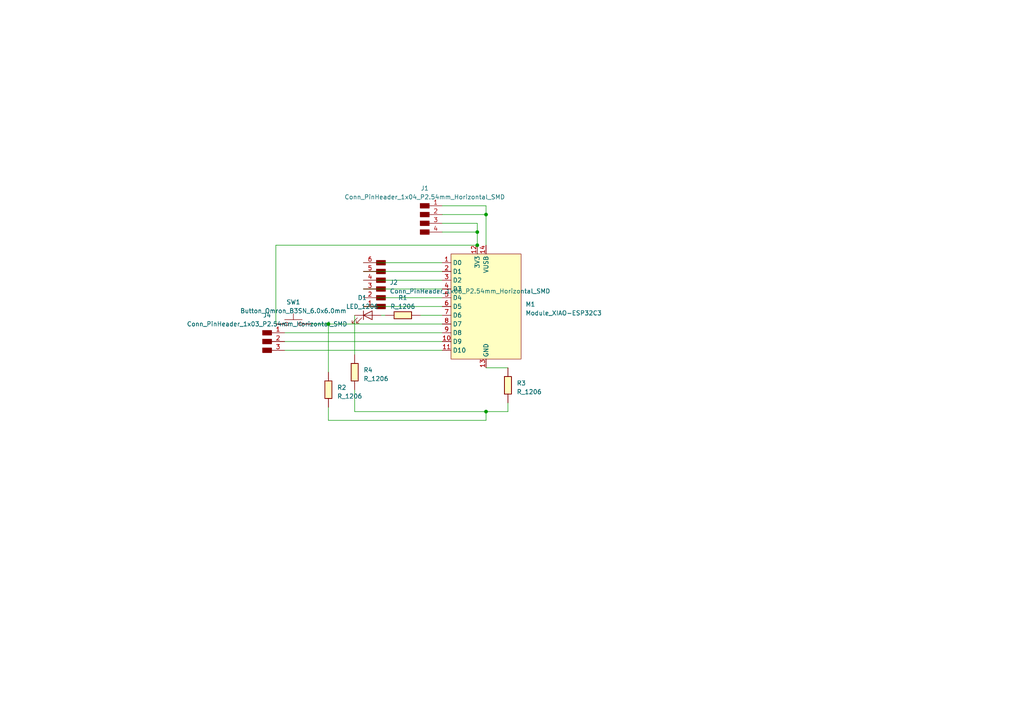
<source format=kicad_sch>
(kicad_sch (version 20230121) (generator eeschema)
  (paper "A4")
  (lib_symbols
    (symbol "fab:Button_Omron_B3SN_6.0x6.0mm" (pin_numbers hide) (pin_names (offset 1.016) hide)
      (property "Reference" "SW" (at 1.27 2.54 0))
      (property "Value" "Button_Omron_B3SN_6.0x6.0mm" (at 0 -1.524 0))
      (symbol "Button_Omron_B3SN_6.0x6.0mm_0_1"
        (circle (center -2.032 0) (radius 0.508))
        (polyline (pts (xy 0 1.27) (xy 0 3.048)))
        (polyline (pts (xy 2.54 1.27) (xy -2.54 1.27)))
        (circle (center 2.032 0) (radius 0.508))
        (pin passive line (at -5.08 0 0) (length 2.54) (name "1") (number "1"))
        (pin passive line (at 5.08 0 180) (length 2.54) (name "2") (number "2"))
      )
    )
    (symbol "fab:Conn_PinHeader_1x03_P2.54mm_Horizontal_SMD" (pin_names hide)
      (property "Reference" "J" (at 0 5.08 0))
      (property "Value" "Conn_PinHeader_1x03_P2.54mm_Horizontal_SMD" (at 0 -5.08 0))
      (symbol "Conn_PinHeader_1x03_P2.54mm_Horizontal_SMD_1_1"
        (rectangle (start -1.27 -1.905) (end 1.27 -3.175) (stroke (width 0.254)) (fill (type outline)))
        (rectangle (start -1.27 0.635) (end 1.27 -0.635) (stroke (width 0.254)) (fill (type outline)))
        (rectangle (start -1.27 3.175) (end 1.27 1.905) (stroke (width 0.254)) (fill (type outline)))
        (pin passive line (at 5.08 2.54 180) (length 3.81) (name "Pin_1") (number "1"))
        (pin passive line (at 5.08 0 180) (length 3.81) (name "Pin_2") (number "2"))
        (pin passive line (at 5.08 -2.54 180) (length 3.81) (name "Pin_3") (number "3"))
      )
    )
    (symbol "fab:Conn_PinHeader_1x04_P2.54mm_Horizontal_SMD" (pin_names hide)
      (property "Reference" "J" (at 0 5.08 0))
      (property "Value" "Conn_PinHeader_1x04_P2.54mm_Horizontal_SMD" (at 0 -7.62 0))
      (symbol "Conn_PinHeader_1x04_P2.54mm_Horizontal_SMD_1_1"
        (rectangle (start -1.27 -4.445) (end 1.27 -5.715) (stroke (width 0.254)) (fill (type outline)))
        (rectangle (start -1.27 -1.905) (end 1.27 -3.175) (stroke (width 0.254)) (fill (type outline)))
        (rectangle (start -1.27 0.635) (end 1.27 -0.635) (stroke (width 0.254)) (fill (type outline)))
        (rectangle (start -1.27 3.175) (end 1.27 1.905) (stroke (width 0.254)) (fill (type outline)))
        (pin passive line (at 5.08 2.54 180) (length 3.81) (name "Pin_1") (number "1"))
        (pin passive line (at 5.08 0 180) (length 3.81) (name "Pin_2") (number "2"))
        (pin passive line (at 5.08 -2.54 180) (length 3.81) (name "Pin_3") (number "3"))
        (pin passive line (at 5.08 -5.08 180) (length 3.81) (name "Pin_4") (number "4"))
      )
    )
    (symbol "fab:Conn_PinHeader_1x06_P2.54mm_Horizontal_SMD" (pin_names hide)
      (property "Reference" "J" (at 0 7.62 0))
      (property "Value" "Conn_PinHeader_1x06_P2.54mm_Horizontal_SMD" (at 0 -10.16 0))
      (symbol "Conn_PinHeader_1x06_P2.54mm_Horizontal_SMD_1_1"
        (rectangle (start -1.27 -6.985) (end 1.27 -8.255) (stroke (width 0.254)) (fill (type outline)))
        (rectangle (start -1.27 -4.445) (end 1.27 -5.715) (stroke (width 0.254)) (fill (type outline)))
        (rectangle (start -1.27 -1.905) (end 1.27 -3.175) (stroke (width 0.254)) (fill (type outline)))
        (rectangle (start -1.27 0.635) (end 1.27 -0.635) (stroke (width 0.254)) (fill (type outline)))
        (rectangle (start -1.27 3.175) (end 1.27 1.905) (stroke (width 0.254)) (fill (type outline)))
        (rectangle (start -1.27 5.715) (end 1.27 4.445) (stroke (width 0.254)) (fill (type outline)))
        (pin passive line (at 5.08 5.08 180) (length 3.81) (name "Pin_1") (number "1"))
        (pin passive line (at 5.08 2.54 180) (length 3.81) (name "Pin_2") (number "2"))
        (pin passive line (at 5.08 0 180) (length 3.81) (name "Pin_3") (number "3"))
        (pin passive line (at 5.08 -2.54 180) (length 3.81) (name "Pin_4") (number "4"))
        (pin passive line (at 5.08 -5.08 180) (length 3.81) (name "Pin_5") (number "5"))
        (pin passive line (at 5.08 -7.62 180) (length 3.81) (name "Pin_6") (number "6"))
      )
    )
    (symbol "fab:LED_1206" (pin_numbers hide) (pin_names (offset 1.016) hide)
      (property "Reference" "D" (at 0 2.54 0))
      (property "Value" "LED_1206" (at 0 -2.54 0))
      (symbol "LED_1206_0_1"
        (polyline (pts (xy -1.27 -1.27) (xy -1.27 1.27)) (stroke (width 0.2032)))
        (polyline (pts (xy -1.27 0) (xy 1.27 0)))
        (polyline (pts (xy 1.27 -1.27) (xy 1.27 1.27) (xy -1.27 0) (xy 1.27 -1.27)) (stroke (width 0.2032)))
        (polyline (pts (xy -3.048 -0.762) (xy -4.572 -2.286) (xy -3.81 -2.286) (xy -4.572 -2.286) (xy -4.572 -1.524)))
        (polyline (pts (xy -1.778 -0.762) (xy -3.302 -2.286) (xy -2.54 -2.286) (xy -3.302 -2.286) (xy -3.302 -1.524)))
      )
      (symbol "LED_1206_1_1"
        (pin passive line (at -3.81 0 0) (length 2.54) (name "K") (number "1"))
        (pin passive line (at 3.81 0 180) (length 2.54) (name "A") (number "2"))
      )
    )
    (symbol "fab:Module_XIAO-ESP32C3"
      (property "Reference" "M" (at 0 0 0))
      (property "Value" "Module_XIAO-ESP32C3" (at 0 2.54 0))
      (symbol "Module_XIAO-ESP32C3_0_1"
        (rectangle (start -10.16 15.24) (end 10.16 -15.24) (fill (type background)))
      )
      (symbol "Module_XIAO-ESP32C3_1_1"
        (pin bidirectional line (at -12.7 12.7 0) (length 2.54) (name "D0") (number "1"))
        (pin bidirectional line (at -12.7 -10.16 0) (length 2.54) (name "D9") (number "10"))
        (pin bidirectional line (at -12.7 -12.7 0) (length 2.54) (name "D10") (number "11"))
        (pin power_in line (at -2.54 17.78 270) (length 2.54) (name "3V3") (number "12"))
        (pin power_in line (at 0 -17.78 90) (length 2.54) (name "GND") (number "13"))
        (pin power_in line (at 0 17.78 270) (length 2.54) (name "VUSB") (number "14"))
        (pin bidirectional line (at -12.7 10.16 0) (length 2.54) (name "D1") (number "2"))
        (pin bidirectional line (at -12.7 7.62 0) (length 2.54) (name "D2") (number "3"))
        (pin bidirectional line (at -12.7 5.08 0) (length 2.54) (name "D3") (number "4"))
        (pin bidirectional line (at -12.7 2.54 0) (length 2.54) (name "D4") (number "5"))
        (pin bidirectional line (at -12.7 0 0) (length 2.54) (name "D5") (number "6"))
        (pin bidirectional line (at -12.7 -2.54 0) (length 2.54) (name "D6") (number "7"))
        (pin bidirectional line (at -12.7 -5.08 0) (length 2.54) (name "D7") (number "8"))
        (pin bidirectional line (at -12.7 -7.62 0) (length 2.54) (name "D8") (number "9"))
      )
    )
    (symbol "fab:R_1206" (pin_numbers hide) (pin_names (offset 0))
      (property "Reference" "R" (at 2.54 0 90))
      (property "Value" "R_1206" (at -2.54 0 90))
      (symbol "R_1206_0_1"
        (rectangle (start -1.016 -2.54) (end 1.016 2.54) (stroke (width 0.254)) (fill (type background)))
      )
      (symbol "R_1206_1_1"
        (pin passive line (at 0 5.08 270) (length 2.54) (name "~") (number "1"))
        (pin passive line (at 0 -5.08 90) (length 2.54) (name "~") (number "2"))
      )
    )
  )
  (junction (at 95.25 93.98))
  (junction (at 140.97 62.23))
  (junction (at 140.97 119.38))
  (junction (at 138.43 71.12))
  (junction (at 138.43 67.31))
  (wire (pts (xy 140.97 121.92) (xy 95.25 121.92)))
  (wire (pts (xy 82.55 101.6) (xy 128.27 101.6)))
  (wire (pts (xy 105.41 86.36) (xy 128.27 86.36)))
  (wire (pts (xy 105.41 76.2) (xy 128.27 76.2)))
  (wire (pts (xy 128.27 59.69) (xy 140.97 59.69)))
  (wire (pts (xy 105.41 83.82) (xy 128.27 83.82)))
  (wire (pts (xy 102.87 113.03) (xy 102.87 119.38)))
  (wire (pts (xy 138.43 71.12) (xy 80.01 71.12)))
  (wire (pts (xy 138.43 67.31) (xy 138.43 71.12)))
  (wire (pts (xy 128.27 62.23) (xy 140.97 62.23)))
  (wire (pts (xy 105.41 78.74) (xy 128.27 78.74)))
  (wire (pts (xy 138.43 67.31) (xy 138.43 64.77)))
  (wire (pts (xy 102.87 119.38) (xy 140.97 119.38)))
  (wire (pts (xy 82.55 99.06) (xy 128.27 99.06)))
  (wire (pts (xy 147.32 116.84) (xy 147.32 119.38)))
  (wire (pts (xy 90.17 93.98) (xy 95.25 93.98)))
  (wire (pts (xy 105.41 88.9) (xy 128.27 88.9)))
  (wire (pts (xy 140.97 62.23) (xy 140.97 59.69)))
  (wire (pts (xy 128.27 64.77) (xy 138.43 64.77)))
  (wire (pts (xy 82.55 96.52) (xy 128.27 96.52)))
  (wire (pts (xy 140.97 119.38) (xy 140.97 121.92)))
  (wire (pts (xy 95.25 118.11) (xy 95.25 121.92)))
  (wire (pts (xy 128.27 67.31) (xy 138.43 67.31)))
  (wire (pts (xy 95.25 93.98) (xy 95.25 107.95)))
  (wire (pts (xy 147.32 106.68) (xy 140.97 106.68)))
  (wire (pts (xy 95.25 93.98) (xy 128.27 93.98)))
  (wire (pts (xy 110.49 91.44) (xy 111.76 91.44)))
  (wire (pts (xy 102.87 91.44) (xy 102.87 102.87)))
  (wire (pts (xy 140.97 71.12) (xy 140.97 62.23)))
  (wire (pts (xy 121.92 91.44) (xy 128.27 91.44)))
  (wire (pts (xy 147.32 119.38) (xy 140.97 119.38)))
  (wire (pts (xy 105.41 81.28) (xy 128.27 81.28)))
  (wire (pts (xy 138.43 71.12) (xy 138.43 73.66)))
  (wire (pts (xy 80.01 71.12) (xy 80.01 93.98)))
  (symbol (lib_id "fab:LED_1206") (at 106.68 91.44 0) (unit 1)
    (property "Reference" "D1" (at 105.0798 86.36 0))
    (property "Value" "LED_1206" (at 105.0798 88.9 0))
    (property "Footprint" "fab:LED_1206" (effects hide))
    (property "Datasheet" "https://optoelectronics.liteon.com/upload/download/DS-22-98-0002/LTST-C150CKT.pdf" (effects hide))
  )
  (symbol (lib_id "fab:R_1206") (at 95.25 113.03 0) (unit 1)
    (property "Reference" "R2" (at 97.79 112.395 0) (effects (justify left)))
    (property "Value" "R_1206" (at 97.79 114.935 0) (effects (justify left)))
    (property "Footprint" "fab:R_1206" (effects hide))
  )
  (symbol (lib_id "fab:Conn_PinHeader_1x06_P2.54mm_Horizontal_SMD") (at 110.49 83.82 180) (unit 1)
    (property "Reference" "J2" (at 113.03 81.915 0) (effects (justify right)))
    (property "Value" "Conn_PinHeader_1x06_P2.54mm_Horizontal_SMD" (at 113.03 84.455 0) (effects (justify right)))
    (property "Footprint" "fab:PinHeader_1x06_P2.54mm_Horizontal_SMD" (effects hide))
  )
  (symbol (lib_id "fab:R_1206") (at 102.87 107.95 0) (unit 1)
    (property "Reference" "R4" (at 105.41 107.315 0) (effects (justify left)))
    (property "Value" "R_1206" (at 105.41 109.855 0) (effects (justify left)))
    (property "Footprint" "fab:R_1206" (effects hide))
  )
  (symbol (lib_id "fab:Button_Omron_B3SN_6.0x6.0mm") (at 85.09 93.98 0) (unit 1)
    (property "Reference" "SW1" (at 85.09 87.63 0))
    (property "Value" "Button_Omron_B3SN_6.0x6.0mm" (at 85.09 90.17 0))
    (property "Footprint" "fab:Button_Omron_B3SN_6.0x6.0mm" (effects hide))
    (property "Datasheet" "https://omronfs.omron.com/en_US/ecb/products/pdf/en-b3sn.pdf" (effects hide))
  )
  (symbol (lib_id "fab:Conn_PinHeader_1x04_P2.54mm_Horizontal_SMD") (at 123.19 62.23 0) (unit 1)
    (property "Reference" "J1" (at 123.19 54.61 0))
    (property "Value" "Conn_PinHeader_1x04_P2.54mm_Horizontal_SMD" (at 123.19 57.15 0))
    (property "Footprint" "fab:PinHeader_1x04_P2.54mm_Horizontal_SMD" (effects hide))
  )
  (symbol (lib_id "fab:Conn_PinHeader_1x03_P2.54mm_Horizontal_SMD") (at 77.47 99.06 0) (unit 1)
    (property "Reference" "J4" (at 77.47 91.44 0))
    (property "Value" "Conn_PinHeader_1x03_P2.54mm_Horizontal_SMD" (at 77.47 93.98 0))
    (property "Footprint" "fab:PinHeader_1x03_P2.54mm_Horizontal_SMD" (effects hide))
  )
  (symbol (lib_id "fab:Module_XIAO-ESP32C3") (at 140.97 88.9 0) (unit 1)
    (property "Reference" "M1" (at 152.4 88.265 0) (effects (justify left)))
    (property "Value" "Module_XIAO-ESP32C3" (at 152.4 90.805 0) (effects (justify left)))
    (property "Footprint" "fab:SeedStudio_XIAO" (effects hide))
    (property "Datasheet" "https://wiki.seeedstudio.com/XIAO_ESP32C3_Getting_Started/" (effects hide))
  )
  (symbol (lib_id "fab:R_1206") (at 147.32 111.76 0) (unit 1)
    (property "Reference" "R3" (at 149.86 111.125 0) (effects (justify left)))
    (property "Value" "R_1206" (at 149.86 113.665 0) (effects (justify left)))
    (property "Footprint" "fab:R_1206" (effects hide))
  )
  (symbol (lib_id "fab:R_1206") (at 116.84 91.44 90) (unit 1)
    (property "Reference" "R1" (at 116.84 86.36 90))
    (property "Value" "R_1206" (at 116.84 88.9 90))
    (property "Footprint" "fab:R_1206" (effects hide))
  )
)
</source>
